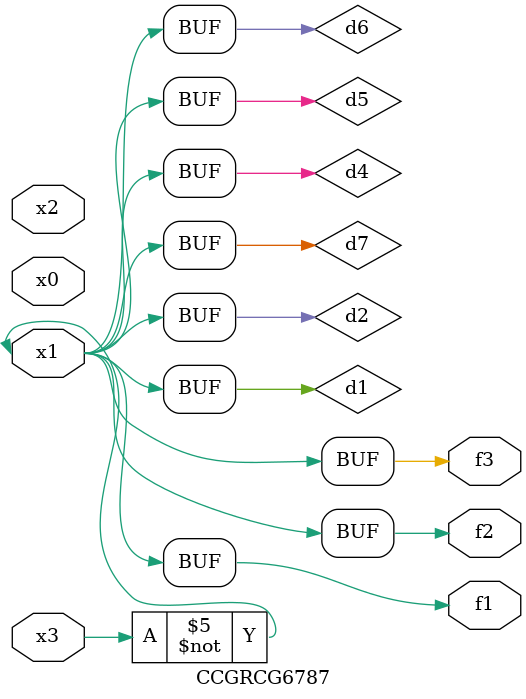
<source format=v>
module CCGRCG6787(
	input x0, x1, x2, x3,
	output f1, f2, f3
);

	wire d1, d2, d3, d4, d5, d6, d7;

	not (d1, x3);
	buf (d2, x1);
	xnor (d3, d1, d2);
	nor (d4, d1);
	buf (d5, d1, d2);
	buf (d6, d4, d5);
	nand (d7, d4);
	assign f1 = d6;
	assign f2 = d7;
	assign f3 = d6;
endmodule

</source>
